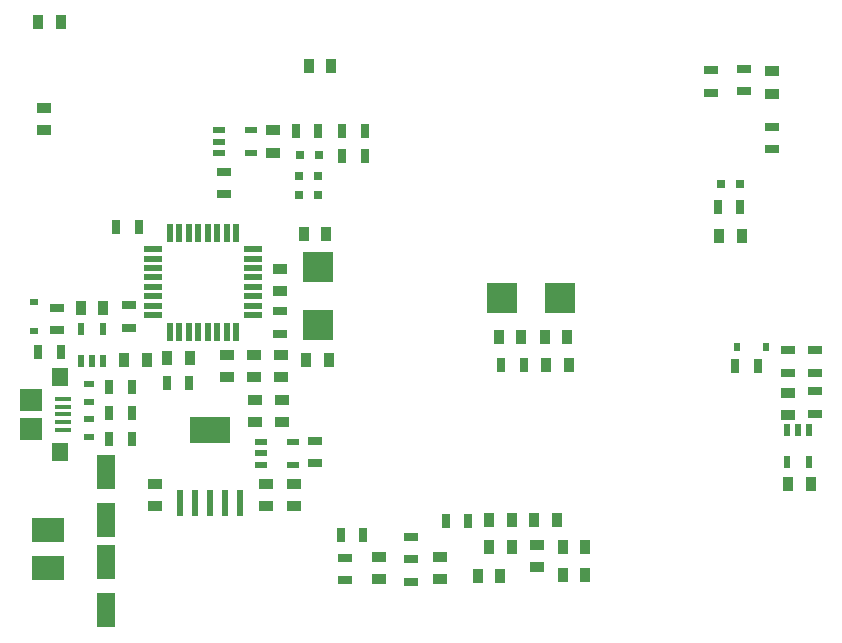
<source format=gtp>
G04 Layer_Color=8421504*
%FSLAX44Y44*%
%MOMM*%
G71*
G01*
G75*
%ADD10R,1.3000X0.7000*%
%ADD11R,0.7000X1.3000*%
%ADD12R,0.6858X0.5588*%
%ADD13R,0.5588X0.6858*%
%ADD14R,1.4000X1.6000*%
%ADD15R,1.9000X1.9000*%
%ADD16R,1.3500X0.4000*%
%ADD17R,0.9000X0.6000*%
%ADD18R,2.6000X2.5000*%
%ADD19R,2.5000X2.6000*%
%ADD20R,1.0000X0.5500*%
%ADD21R,0.5500X1.0000*%
%ADD22R,3.5000X2.2000*%
%ADD23R,0.6000X2.2000*%
%ADD24R,0.5500X1.5000*%
%ADD25R,1.5000X0.5500*%
%ADD26R,2.7000X2.0000*%
%ADD28R,1.3000X0.9000*%
%ADD29R,0.9000X1.3000*%
%ADD30R,0.8000X0.8000*%
%ADD31R,1.6000X3.0000*%
D10*
X172000Y393500D02*
D03*
Y374500D02*
D03*
X91000Y261500D02*
D03*
Y280500D02*
D03*
X219000Y275500D02*
D03*
Y256500D02*
D03*
X612000Y461500D02*
D03*
Y480500D02*
D03*
X584000Y479500D02*
D03*
Y460500D02*
D03*
X636000Y412500D02*
D03*
Y431500D02*
D03*
X672000Y188500D02*
D03*
Y207500D02*
D03*
X30000Y278500D02*
D03*
Y259500D02*
D03*
X672000Y242500D02*
D03*
Y223500D02*
D03*
X274000Y47500D02*
D03*
Y66500D02*
D03*
X249000Y146500D02*
D03*
Y165500D02*
D03*
X649000Y242500D02*
D03*
Y223500D02*
D03*
X330000Y65500D02*
D03*
Y84500D02*
D03*
Y65500D02*
D03*
Y46500D02*
D03*
D11*
X272000Y428250D02*
D03*
X291000D02*
D03*
X291000Y407250D02*
D03*
X272000D02*
D03*
X80500Y347000D02*
D03*
X99500D02*
D03*
X74500Y211500D02*
D03*
X93500D02*
D03*
Y189500D02*
D03*
X74500D02*
D03*
Y167500D02*
D03*
X93500D02*
D03*
X359500Y98000D02*
D03*
X378500D02*
D03*
X604500Y229000D02*
D03*
X623500D02*
D03*
X232500Y428000D02*
D03*
X251500D02*
D03*
X425500Y230000D02*
D03*
X406500D02*
D03*
X590000Y363750D02*
D03*
X609000D02*
D03*
X33500Y241000D02*
D03*
X14500D02*
D03*
X270500Y86000D02*
D03*
X289500D02*
D03*
X123500Y214500D02*
D03*
X142500D02*
D03*
D12*
X11000Y258808D02*
D03*
Y283192D02*
D03*
D13*
X606058Y244750D02*
D03*
X630442D02*
D03*
D14*
X33120Y220000D02*
D03*
Y156000D02*
D03*
D15*
X8620Y200000D02*
D03*
Y176000D02*
D03*
D16*
X35370Y175000D02*
D03*
Y181500D02*
D03*
Y188000D02*
D03*
Y194500D02*
D03*
Y201000D02*
D03*
D17*
X57750Y184250D02*
D03*
Y169250D02*
D03*
Y198750D02*
D03*
Y213750D02*
D03*
D18*
X251000Y312500D02*
D03*
Y263500D02*
D03*
D19*
X407500Y287000D02*
D03*
X456500D02*
D03*
D20*
X230500Y145500D02*
D03*
Y164500D02*
D03*
X203500Y145500D02*
D03*
Y155000D02*
D03*
Y164500D02*
D03*
X194500Y409500D02*
D03*
Y428500D02*
D03*
X167500Y409500D02*
D03*
Y419000D02*
D03*
Y428500D02*
D03*
D21*
X648500Y147500D02*
D03*
X667500D02*
D03*
X648500Y174500D02*
D03*
X658000D02*
D03*
X667500D02*
D03*
X69500Y260500D02*
D03*
X50500D02*
D03*
X69500Y233500D02*
D03*
X60000D02*
D03*
X50500D02*
D03*
D22*
X160000Y175000D02*
D03*
D23*
X185400Y113000D02*
D03*
X172700D02*
D03*
X160000D02*
D03*
X147300D02*
D03*
X134600D02*
D03*
D24*
X182000Y258000D02*
D03*
X174000D02*
D03*
X166000D02*
D03*
X158000D02*
D03*
X150000D02*
D03*
X142000D02*
D03*
X134000D02*
D03*
X126000D02*
D03*
Y342000D02*
D03*
X134000D02*
D03*
X142000D02*
D03*
X150000D02*
D03*
X158000D02*
D03*
X166000D02*
D03*
X174000D02*
D03*
X182000D02*
D03*
D25*
X112000Y272000D02*
D03*
Y280000D02*
D03*
Y288000D02*
D03*
Y296000D02*
D03*
Y304000D02*
D03*
Y312000D02*
D03*
Y320000D02*
D03*
Y328000D02*
D03*
X196000D02*
D03*
Y320000D02*
D03*
Y312000D02*
D03*
Y304000D02*
D03*
Y296000D02*
D03*
Y288000D02*
D03*
Y280000D02*
D03*
Y272000D02*
D03*
D26*
X23000Y58000D02*
D03*
Y90000D02*
D03*
D28*
X437000Y77500D02*
D03*
Y58500D02*
D03*
X198000Y200500D02*
D03*
Y181500D02*
D03*
X231000Y110500D02*
D03*
Y129500D02*
D03*
X649000Y206500D02*
D03*
Y187500D02*
D03*
X221000Y181500D02*
D03*
Y200500D02*
D03*
X213000Y428500D02*
D03*
Y409500D02*
D03*
X355000Y48500D02*
D03*
Y67500D02*
D03*
X303000Y48500D02*
D03*
Y67500D02*
D03*
X207000Y110500D02*
D03*
Y129500D02*
D03*
X113000Y110500D02*
D03*
Y129500D02*
D03*
X636000Y478500D02*
D03*
Y459500D02*
D03*
X19000Y428500D02*
D03*
Y447500D02*
D03*
X174000Y238500D02*
D03*
Y219500D02*
D03*
X219000Y311500D02*
D03*
Y292500D02*
D03*
X197000Y238500D02*
D03*
Y219500D02*
D03*
X220000Y238500D02*
D03*
Y219500D02*
D03*
D29*
X477500Y52000D02*
D03*
X458500D02*
D03*
X591000Y338750D02*
D03*
X610000D02*
D03*
X87500Y234000D02*
D03*
X106500D02*
D03*
X50500Y278000D02*
D03*
X69500D02*
D03*
X668500Y129000D02*
D03*
X649500D02*
D03*
X443500Y254000D02*
D03*
X462500D02*
D03*
X423500D02*
D03*
X404500D02*
D03*
X453500Y99000D02*
D03*
X434500D02*
D03*
X415500D02*
D03*
X396500D02*
D03*
X415500Y76000D02*
D03*
X396500D02*
D03*
X243500Y483000D02*
D03*
X262500D02*
D03*
X463500Y230000D02*
D03*
X444500D02*
D03*
X458500Y76000D02*
D03*
X477500D02*
D03*
X14500Y520000D02*
D03*
X33500D02*
D03*
X386500Y51000D02*
D03*
X405500D02*
D03*
X241500Y234000D02*
D03*
X260500D02*
D03*
X239500Y341000D02*
D03*
X258500D02*
D03*
X123750Y235500D02*
D03*
X142750D02*
D03*
D30*
X251000Y373500D02*
D03*
X235000D02*
D03*
X251000Y389500D02*
D03*
X235000D02*
D03*
X252000Y408000D02*
D03*
X236000D02*
D03*
X608750Y383500D02*
D03*
X592750D02*
D03*
D31*
X72000Y63500D02*
D03*
Y22500D02*
D03*
Y139500D02*
D03*
Y98500D02*
D03*
M02*

</source>
